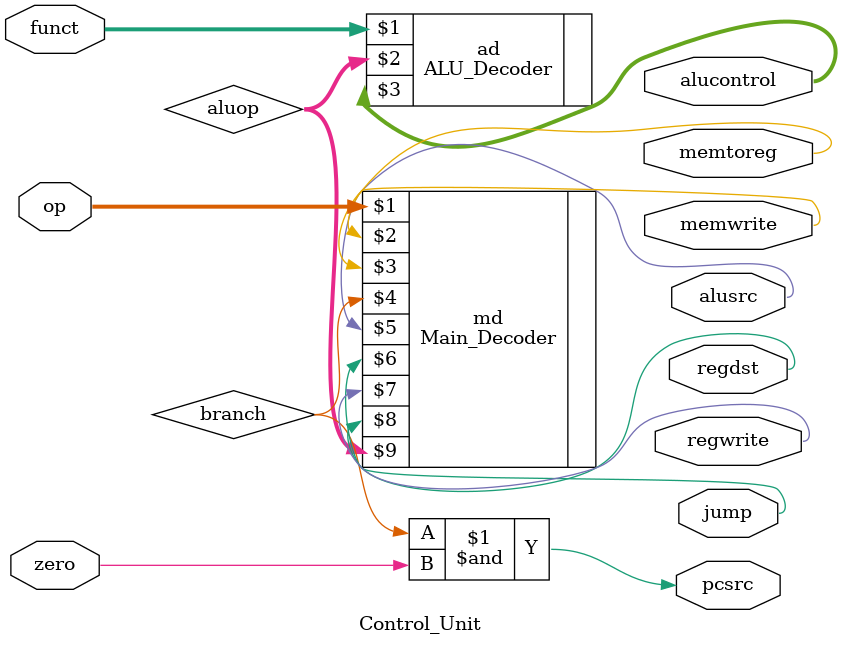
<source format=v>
module Control_Unit (
    input [5:0] op,
    funct,
    input zero,
    output memtoreg,
    memwrite,
    output pcsrc,
    alusrc,
    output regdst,
    regwrite,
    output jump,
    output [2:0] alucontrol
);
  wire [1:0] aluop;
  wire branch;
  Main_Decoder md (
      op,
      memtoreg,
      memwrite,
      branch,
      alusrc,
      regdst,
      regwrite,
      jump,
      aluop
  );
  ALU_Decoder ad (
      funct,
      aluop,
      alucontrol
  );
  assign pcsrc = branch & zero;
endmodule





</source>
